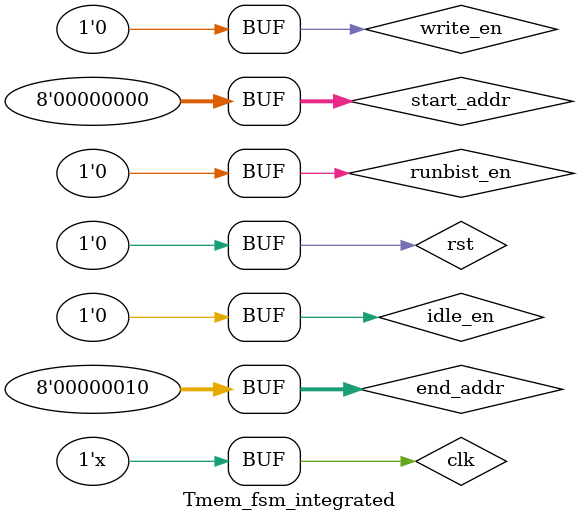
<source format=sv>
`timescale 1ns / 1ps


module Tmem_fsm_integrated(

    );

    reg clk, rst, write_en, runbist_en, idle_en;
    reg [7:0] write_data;
    reg [7:0] start_addr;
    reg [7:0] end_addr;
    wire [7:0] read_data;
    wire [13:0] signature;

    wire read_en;
    wire [7:0] addr;
    wire [4:0] impact;
    wire [3:0] result;

    initial begin
        clk = 1'b0;
        rst = 1'b1;
        write_en = 1'b0;
        runbist_en = 1'b0;
        idle_en = 1'b0;

        #10 rst = 1'b0;

        #50 runbist_en = 1'b1;
            idle_en = 1'b1;
            start_addr = 8'h00;
            end_addr = 8'h02;

        #500 runbist_en = 1'b0;
            idle_en = 1'b0;
    end

    always #5 clk = ~clk;


Core_FSM cfsm1(
    .clk(impact[4]),
    .impact(impact),

    .result(result)
    );

TMemory tmem1(
    .clk(clk),
    .rst(rst),
    
    .write_en(write_en),
    .read_en(read_en),

    .addr(addr),
    .write_data(write_data),

    .read_data(read_data)
    );

BIST_FSM bfsm1(
    .clk(clk),
    .runbist_en(runbist_en),
    .idle_en(idle_en),
    .signature(signature),

    .mem_data(read_data),
    .read_mem(read_en),
    .addr(addr),

    .start_addr(start_addr),
    .end_addr(end_addr),

    .result(result),
    .impact(impact)
    );
endmodule

</source>
